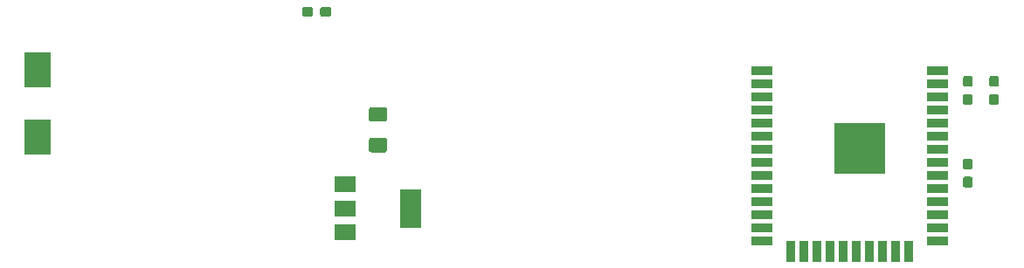
<source format=gbr>
G04 #@! TF.GenerationSoftware,KiCad,Pcbnew,5.0.0*
G04 #@! TF.CreationDate,2018-08-02T01:45:53+02:00*
G04 #@! TF.ProjectId,pentasquare,70656E74617371756172652E6B696361,rev?*
G04 #@! TF.SameCoordinates,Original*
G04 #@! TF.FileFunction,Paste,Bot*
G04 #@! TF.FilePolarity,Positive*
%FSLAX46Y46*%
G04 Gerber Fmt 4.6, Leading zero omitted, Abs format (unit mm)*
G04 Created by KiCad (PCBNEW 5.0.0) date Thu Aug  2 01:45:53 2018*
%MOMM*%
%LPD*%
G01*
G04 APERTURE LIST*
%ADD10R,2.000000X3.800000*%
%ADD11R,2.000000X1.500000*%
%ADD12R,2.500000X3.500000*%
%ADD13C,0.100000*%
%ADD14C,0.950000*%
%ADD15C,1.425000*%
%ADD16R,5.000000X5.000000*%
%ADD17R,2.000000X0.900000*%
%ADD18R,0.900000X2.000000*%
G04 APERTURE END LIST*
D10*
G04 #@! TO.C,U2*
X71730000Y-35560000D03*
D11*
X65430000Y-35560000D03*
X65430000Y-33260000D03*
X65430000Y-37860000D03*
G04 #@! TD*
D12*
G04 #@! TO.C,C4*
X35560000Y-28650000D03*
X35560000Y-22150000D03*
G04 #@! TD*
D13*
G04 #@! TO.C,C2*
G36*
X128530779Y-22731144D02*
X128553834Y-22734563D01*
X128576443Y-22740227D01*
X128598387Y-22748079D01*
X128619457Y-22758044D01*
X128639448Y-22770026D01*
X128658168Y-22783910D01*
X128675438Y-22799562D01*
X128691090Y-22816832D01*
X128704974Y-22835552D01*
X128716956Y-22855543D01*
X128726921Y-22876613D01*
X128734773Y-22898557D01*
X128740437Y-22921166D01*
X128743856Y-22944221D01*
X128745000Y-22967500D01*
X128745000Y-23542500D01*
X128743856Y-23565779D01*
X128740437Y-23588834D01*
X128734773Y-23611443D01*
X128726921Y-23633387D01*
X128716956Y-23654457D01*
X128704974Y-23674448D01*
X128691090Y-23693168D01*
X128675438Y-23710438D01*
X128658168Y-23726090D01*
X128639448Y-23739974D01*
X128619457Y-23751956D01*
X128598387Y-23761921D01*
X128576443Y-23769773D01*
X128553834Y-23775437D01*
X128530779Y-23778856D01*
X128507500Y-23780000D01*
X128032500Y-23780000D01*
X128009221Y-23778856D01*
X127986166Y-23775437D01*
X127963557Y-23769773D01*
X127941613Y-23761921D01*
X127920543Y-23751956D01*
X127900552Y-23739974D01*
X127881832Y-23726090D01*
X127864562Y-23710438D01*
X127848910Y-23693168D01*
X127835026Y-23674448D01*
X127823044Y-23654457D01*
X127813079Y-23633387D01*
X127805227Y-23611443D01*
X127799563Y-23588834D01*
X127796144Y-23565779D01*
X127795000Y-23542500D01*
X127795000Y-22967500D01*
X127796144Y-22944221D01*
X127799563Y-22921166D01*
X127805227Y-22898557D01*
X127813079Y-22876613D01*
X127823044Y-22855543D01*
X127835026Y-22835552D01*
X127848910Y-22816832D01*
X127864562Y-22799562D01*
X127881832Y-22783910D01*
X127900552Y-22770026D01*
X127920543Y-22758044D01*
X127941613Y-22748079D01*
X127963557Y-22740227D01*
X127986166Y-22734563D01*
X128009221Y-22731144D01*
X128032500Y-22730000D01*
X128507500Y-22730000D01*
X128530779Y-22731144D01*
X128530779Y-22731144D01*
G37*
D14*
X128270000Y-23255000D03*
D13*
G36*
X128530779Y-24481144D02*
X128553834Y-24484563D01*
X128576443Y-24490227D01*
X128598387Y-24498079D01*
X128619457Y-24508044D01*
X128639448Y-24520026D01*
X128658168Y-24533910D01*
X128675438Y-24549562D01*
X128691090Y-24566832D01*
X128704974Y-24585552D01*
X128716956Y-24605543D01*
X128726921Y-24626613D01*
X128734773Y-24648557D01*
X128740437Y-24671166D01*
X128743856Y-24694221D01*
X128745000Y-24717500D01*
X128745000Y-25292500D01*
X128743856Y-25315779D01*
X128740437Y-25338834D01*
X128734773Y-25361443D01*
X128726921Y-25383387D01*
X128716956Y-25404457D01*
X128704974Y-25424448D01*
X128691090Y-25443168D01*
X128675438Y-25460438D01*
X128658168Y-25476090D01*
X128639448Y-25489974D01*
X128619457Y-25501956D01*
X128598387Y-25511921D01*
X128576443Y-25519773D01*
X128553834Y-25525437D01*
X128530779Y-25528856D01*
X128507500Y-25530000D01*
X128032500Y-25530000D01*
X128009221Y-25528856D01*
X127986166Y-25525437D01*
X127963557Y-25519773D01*
X127941613Y-25511921D01*
X127920543Y-25501956D01*
X127900552Y-25489974D01*
X127881832Y-25476090D01*
X127864562Y-25460438D01*
X127848910Y-25443168D01*
X127835026Y-25424448D01*
X127823044Y-25404457D01*
X127813079Y-25383387D01*
X127805227Y-25361443D01*
X127799563Y-25338834D01*
X127796144Y-25315779D01*
X127795000Y-25292500D01*
X127795000Y-24717500D01*
X127796144Y-24694221D01*
X127799563Y-24671166D01*
X127805227Y-24648557D01*
X127813079Y-24626613D01*
X127823044Y-24605543D01*
X127835026Y-24585552D01*
X127848910Y-24566832D01*
X127864562Y-24549562D01*
X127881832Y-24533910D01*
X127900552Y-24520026D01*
X127920543Y-24508044D01*
X127941613Y-24498079D01*
X127963557Y-24490227D01*
X127986166Y-24484563D01*
X128009221Y-24481144D01*
X128032500Y-24480000D01*
X128507500Y-24480000D01*
X128530779Y-24481144D01*
X128530779Y-24481144D01*
G37*
D14*
X128270000Y-25005000D03*
G04 #@! TD*
D13*
G04 #@! TO.C,C1*
G36*
X63810779Y-16036144D02*
X63833834Y-16039563D01*
X63856443Y-16045227D01*
X63878387Y-16053079D01*
X63899457Y-16063044D01*
X63919448Y-16075026D01*
X63938168Y-16088910D01*
X63955438Y-16104562D01*
X63971090Y-16121832D01*
X63984974Y-16140552D01*
X63996956Y-16160543D01*
X64006921Y-16181613D01*
X64014773Y-16203557D01*
X64020437Y-16226166D01*
X64023856Y-16249221D01*
X64025000Y-16272500D01*
X64025000Y-16747500D01*
X64023856Y-16770779D01*
X64020437Y-16793834D01*
X64014773Y-16816443D01*
X64006921Y-16838387D01*
X63996956Y-16859457D01*
X63984974Y-16879448D01*
X63971090Y-16898168D01*
X63955438Y-16915438D01*
X63938168Y-16931090D01*
X63919448Y-16944974D01*
X63899457Y-16956956D01*
X63878387Y-16966921D01*
X63856443Y-16974773D01*
X63833834Y-16980437D01*
X63810779Y-16983856D01*
X63787500Y-16985000D01*
X63212500Y-16985000D01*
X63189221Y-16983856D01*
X63166166Y-16980437D01*
X63143557Y-16974773D01*
X63121613Y-16966921D01*
X63100543Y-16956956D01*
X63080552Y-16944974D01*
X63061832Y-16931090D01*
X63044562Y-16915438D01*
X63028910Y-16898168D01*
X63015026Y-16879448D01*
X63003044Y-16859457D01*
X62993079Y-16838387D01*
X62985227Y-16816443D01*
X62979563Y-16793834D01*
X62976144Y-16770779D01*
X62975000Y-16747500D01*
X62975000Y-16272500D01*
X62976144Y-16249221D01*
X62979563Y-16226166D01*
X62985227Y-16203557D01*
X62993079Y-16181613D01*
X63003044Y-16160543D01*
X63015026Y-16140552D01*
X63028910Y-16121832D01*
X63044562Y-16104562D01*
X63061832Y-16088910D01*
X63080552Y-16075026D01*
X63100543Y-16063044D01*
X63121613Y-16053079D01*
X63143557Y-16045227D01*
X63166166Y-16039563D01*
X63189221Y-16036144D01*
X63212500Y-16035000D01*
X63787500Y-16035000D01*
X63810779Y-16036144D01*
X63810779Y-16036144D01*
G37*
D14*
X63500000Y-16510000D03*
D13*
G36*
X62060779Y-16036144D02*
X62083834Y-16039563D01*
X62106443Y-16045227D01*
X62128387Y-16053079D01*
X62149457Y-16063044D01*
X62169448Y-16075026D01*
X62188168Y-16088910D01*
X62205438Y-16104562D01*
X62221090Y-16121832D01*
X62234974Y-16140552D01*
X62246956Y-16160543D01*
X62256921Y-16181613D01*
X62264773Y-16203557D01*
X62270437Y-16226166D01*
X62273856Y-16249221D01*
X62275000Y-16272500D01*
X62275000Y-16747500D01*
X62273856Y-16770779D01*
X62270437Y-16793834D01*
X62264773Y-16816443D01*
X62256921Y-16838387D01*
X62246956Y-16859457D01*
X62234974Y-16879448D01*
X62221090Y-16898168D01*
X62205438Y-16915438D01*
X62188168Y-16931090D01*
X62169448Y-16944974D01*
X62149457Y-16956956D01*
X62128387Y-16966921D01*
X62106443Y-16974773D01*
X62083834Y-16980437D01*
X62060779Y-16983856D01*
X62037500Y-16985000D01*
X61462500Y-16985000D01*
X61439221Y-16983856D01*
X61416166Y-16980437D01*
X61393557Y-16974773D01*
X61371613Y-16966921D01*
X61350543Y-16956956D01*
X61330552Y-16944974D01*
X61311832Y-16931090D01*
X61294562Y-16915438D01*
X61278910Y-16898168D01*
X61265026Y-16879448D01*
X61253044Y-16859457D01*
X61243079Y-16838387D01*
X61235227Y-16816443D01*
X61229563Y-16793834D01*
X61226144Y-16770779D01*
X61225000Y-16747500D01*
X61225000Y-16272500D01*
X61226144Y-16249221D01*
X61229563Y-16226166D01*
X61235227Y-16203557D01*
X61243079Y-16181613D01*
X61253044Y-16160543D01*
X61265026Y-16140552D01*
X61278910Y-16121832D01*
X61294562Y-16104562D01*
X61311832Y-16088910D01*
X61330552Y-16075026D01*
X61350543Y-16063044D01*
X61371613Y-16053079D01*
X61393557Y-16045227D01*
X61416166Y-16039563D01*
X61439221Y-16036144D01*
X61462500Y-16035000D01*
X62037500Y-16035000D01*
X62060779Y-16036144D01*
X62060779Y-16036144D01*
G37*
D14*
X61750000Y-16510000D03*
G04 #@! TD*
D13*
G04 #@! TO.C,C3*
G36*
X69229504Y-25741204D02*
X69253773Y-25744804D01*
X69277571Y-25750765D01*
X69300671Y-25759030D01*
X69322849Y-25769520D01*
X69343893Y-25782133D01*
X69363598Y-25796747D01*
X69381777Y-25813223D01*
X69398253Y-25831402D01*
X69412867Y-25851107D01*
X69425480Y-25872151D01*
X69435970Y-25894329D01*
X69444235Y-25917429D01*
X69450196Y-25941227D01*
X69453796Y-25965496D01*
X69455000Y-25990000D01*
X69455000Y-26915000D01*
X69453796Y-26939504D01*
X69450196Y-26963773D01*
X69444235Y-26987571D01*
X69435970Y-27010671D01*
X69425480Y-27032849D01*
X69412867Y-27053893D01*
X69398253Y-27073598D01*
X69381777Y-27091777D01*
X69363598Y-27108253D01*
X69343893Y-27122867D01*
X69322849Y-27135480D01*
X69300671Y-27145970D01*
X69277571Y-27154235D01*
X69253773Y-27160196D01*
X69229504Y-27163796D01*
X69205000Y-27165000D01*
X67955000Y-27165000D01*
X67930496Y-27163796D01*
X67906227Y-27160196D01*
X67882429Y-27154235D01*
X67859329Y-27145970D01*
X67837151Y-27135480D01*
X67816107Y-27122867D01*
X67796402Y-27108253D01*
X67778223Y-27091777D01*
X67761747Y-27073598D01*
X67747133Y-27053893D01*
X67734520Y-27032849D01*
X67724030Y-27010671D01*
X67715765Y-26987571D01*
X67709804Y-26963773D01*
X67706204Y-26939504D01*
X67705000Y-26915000D01*
X67705000Y-25990000D01*
X67706204Y-25965496D01*
X67709804Y-25941227D01*
X67715765Y-25917429D01*
X67724030Y-25894329D01*
X67734520Y-25872151D01*
X67747133Y-25851107D01*
X67761747Y-25831402D01*
X67778223Y-25813223D01*
X67796402Y-25796747D01*
X67816107Y-25782133D01*
X67837151Y-25769520D01*
X67859329Y-25759030D01*
X67882429Y-25750765D01*
X67906227Y-25744804D01*
X67930496Y-25741204D01*
X67955000Y-25740000D01*
X69205000Y-25740000D01*
X69229504Y-25741204D01*
X69229504Y-25741204D01*
G37*
D15*
X68580000Y-26452500D03*
D13*
G36*
X69229504Y-28716204D02*
X69253773Y-28719804D01*
X69277571Y-28725765D01*
X69300671Y-28734030D01*
X69322849Y-28744520D01*
X69343893Y-28757133D01*
X69363598Y-28771747D01*
X69381777Y-28788223D01*
X69398253Y-28806402D01*
X69412867Y-28826107D01*
X69425480Y-28847151D01*
X69435970Y-28869329D01*
X69444235Y-28892429D01*
X69450196Y-28916227D01*
X69453796Y-28940496D01*
X69455000Y-28965000D01*
X69455000Y-29890000D01*
X69453796Y-29914504D01*
X69450196Y-29938773D01*
X69444235Y-29962571D01*
X69435970Y-29985671D01*
X69425480Y-30007849D01*
X69412867Y-30028893D01*
X69398253Y-30048598D01*
X69381777Y-30066777D01*
X69363598Y-30083253D01*
X69343893Y-30097867D01*
X69322849Y-30110480D01*
X69300671Y-30120970D01*
X69277571Y-30129235D01*
X69253773Y-30135196D01*
X69229504Y-30138796D01*
X69205000Y-30140000D01*
X67955000Y-30140000D01*
X67930496Y-30138796D01*
X67906227Y-30135196D01*
X67882429Y-30129235D01*
X67859329Y-30120970D01*
X67837151Y-30110480D01*
X67816107Y-30097867D01*
X67796402Y-30083253D01*
X67778223Y-30066777D01*
X67761747Y-30048598D01*
X67747133Y-30028893D01*
X67734520Y-30007849D01*
X67724030Y-29985671D01*
X67715765Y-29962571D01*
X67709804Y-29938773D01*
X67706204Y-29914504D01*
X67705000Y-29890000D01*
X67705000Y-28965000D01*
X67706204Y-28940496D01*
X67709804Y-28916227D01*
X67715765Y-28892429D01*
X67724030Y-28869329D01*
X67734520Y-28847151D01*
X67747133Y-28826107D01*
X67761747Y-28806402D01*
X67778223Y-28788223D01*
X67796402Y-28771747D01*
X67816107Y-28757133D01*
X67837151Y-28744520D01*
X67859329Y-28734030D01*
X67882429Y-28725765D01*
X67906227Y-28719804D01*
X67930496Y-28716204D01*
X67955000Y-28715000D01*
X69205000Y-28715000D01*
X69229504Y-28716204D01*
X69229504Y-28716204D01*
G37*
D15*
X68580000Y-29427500D03*
G04 #@! TD*
D16*
G04 #@! TO.C,U1*
X115300000Y-29725000D03*
D17*
X122800000Y-22225000D03*
X122800000Y-23495000D03*
X122800000Y-24765000D03*
X122800000Y-26035000D03*
X122800000Y-27305000D03*
X122800000Y-28575000D03*
X122800000Y-29845000D03*
X122800000Y-31115000D03*
X122800000Y-32385000D03*
X122800000Y-33655000D03*
X122800000Y-34925000D03*
X122800000Y-36195000D03*
X122800000Y-37465000D03*
X122800000Y-38735000D03*
D18*
X120015000Y-39735000D03*
X118745000Y-39735000D03*
X117475000Y-39735000D03*
X116205000Y-39735000D03*
X114935000Y-39735000D03*
X113665000Y-39735000D03*
X112395000Y-39735000D03*
X111125000Y-39735000D03*
X109855000Y-39735000D03*
X108585000Y-39735000D03*
D17*
X105800000Y-38735000D03*
X105800000Y-37465000D03*
X105800000Y-36195000D03*
X105800000Y-34925000D03*
X105800000Y-33655000D03*
X105800000Y-32385000D03*
X105800000Y-31115000D03*
X105800000Y-29845000D03*
X105800000Y-28575000D03*
X105800000Y-27305000D03*
X105800000Y-26035000D03*
X105800000Y-24765000D03*
X105800000Y-23495000D03*
X105800000Y-22225000D03*
G04 #@! TD*
D13*
G04 #@! TO.C,R2*
G36*
X125990779Y-32496144D02*
X126013834Y-32499563D01*
X126036443Y-32505227D01*
X126058387Y-32513079D01*
X126079457Y-32523044D01*
X126099448Y-32535026D01*
X126118168Y-32548910D01*
X126135438Y-32564562D01*
X126151090Y-32581832D01*
X126164974Y-32600552D01*
X126176956Y-32620543D01*
X126186921Y-32641613D01*
X126194773Y-32663557D01*
X126200437Y-32686166D01*
X126203856Y-32709221D01*
X126205000Y-32732500D01*
X126205000Y-33307500D01*
X126203856Y-33330779D01*
X126200437Y-33353834D01*
X126194773Y-33376443D01*
X126186921Y-33398387D01*
X126176956Y-33419457D01*
X126164974Y-33439448D01*
X126151090Y-33458168D01*
X126135438Y-33475438D01*
X126118168Y-33491090D01*
X126099448Y-33504974D01*
X126079457Y-33516956D01*
X126058387Y-33526921D01*
X126036443Y-33534773D01*
X126013834Y-33540437D01*
X125990779Y-33543856D01*
X125967500Y-33545000D01*
X125492500Y-33545000D01*
X125469221Y-33543856D01*
X125446166Y-33540437D01*
X125423557Y-33534773D01*
X125401613Y-33526921D01*
X125380543Y-33516956D01*
X125360552Y-33504974D01*
X125341832Y-33491090D01*
X125324562Y-33475438D01*
X125308910Y-33458168D01*
X125295026Y-33439448D01*
X125283044Y-33419457D01*
X125273079Y-33398387D01*
X125265227Y-33376443D01*
X125259563Y-33353834D01*
X125256144Y-33330779D01*
X125255000Y-33307500D01*
X125255000Y-32732500D01*
X125256144Y-32709221D01*
X125259563Y-32686166D01*
X125265227Y-32663557D01*
X125273079Y-32641613D01*
X125283044Y-32620543D01*
X125295026Y-32600552D01*
X125308910Y-32581832D01*
X125324562Y-32564562D01*
X125341832Y-32548910D01*
X125360552Y-32535026D01*
X125380543Y-32523044D01*
X125401613Y-32513079D01*
X125423557Y-32505227D01*
X125446166Y-32499563D01*
X125469221Y-32496144D01*
X125492500Y-32495000D01*
X125967500Y-32495000D01*
X125990779Y-32496144D01*
X125990779Y-32496144D01*
G37*
D14*
X125730000Y-33020000D03*
D13*
G36*
X125990779Y-30746144D02*
X126013834Y-30749563D01*
X126036443Y-30755227D01*
X126058387Y-30763079D01*
X126079457Y-30773044D01*
X126099448Y-30785026D01*
X126118168Y-30798910D01*
X126135438Y-30814562D01*
X126151090Y-30831832D01*
X126164974Y-30850552D01*
X126176956Y-30870543D01*
X126186921Y-30891613D01*
X126194773Y-30913557D01*
X126200437Y-30936166D01*
X126203856Y-30959221D01*
X126205000Y-30982500D01*
X126205000Y-31557500D01*
X126203856Y-31580779D01*
X126200437Y-31603834D01*
X126194773Y-31626443D01*
X126186921Y-31648387D01*
X126176956Y-31669457D01*
X126164974Y-31689448D01*
X126151090Y-31708168D01*
X126135438Y-31725438D01*
X126118168Y-31741090D01*
X126099448Y-31754974D01*
X126079457Y-31766956D01*
X126058387Y-31776921D01*
X126036443Y-31784773D01*
X126013834Y-31790437D01*
X125990779Y-31793856D01*
X125967500Y-31795000D01*
X125492500Y-31795000D01*
X125469221Y-31793856D01*
X125446166Y-31790437D01*
X125423557Y-31784773D01*
X125401613Y-31776921D01*
X125380543Y-31766956D01*
X125360552Y-31754974D01*
X125341832Y-31741090D01*
X125324562Y-31725438D01*
X125308910Y-31708168D01*
X125295026Y-31689448D01*
X125283044Y-31669457D01*
X125273079Y-31648387D01*
X125265227Y-31626443D01*
X125259563Y-31603834D01*
X125256144Y-31580779D01*
X125255000Y-31557500D01*
X125255000Y-30982500D01*
X125256144Y-30959221D01*
X125259563Y-30936166D01*
X125265227Y-30913557D01*
X125273079Y-30891613D01*
X125283044Y-30870543D01*
X125295026Y-30850552D01*
X125308910Y-30831832D01*
X125324562Y-30814562D01*
X125341832Y-30798910D01*
X125360552Y-30785026D01*
X125380543Y-30773044D01*
X125401613Y-30763079D01*
X125423557Y-30755227D01*
X125446166Y-30749563D01*
X125469221Y-30746144D01*
X125492500Y-30745000D01*
X125967500Y-30745000D01*
X125990779Y-30746144D01*
X125990779Y-30746144D01*
G37*
D14*
X125730000Y-31270000D03*
G04 #@! TD*
D13*
G04 #@! TO.C,R1*
G36*
X125990779Y-22731144D02*
X126013834Y-22734563D01*
X126036443Y-22740227D01*
X126058387Y-22748079D01*
X126079457Y-22758044D01*
X126099448Y-22770026D01*
X126118168Y-22783910D01*
X126135438Y-22799562D01*
X126151090Y-22816832D01*
X126164974Y-22835552D01*
X126176956Y-22855543D01*
X126186921Y-22876613D01*
X126194773Y-22898557D01*
X126200437Y-22921166D01*
X126203856Y-22944221D01*
X126205000Y-22967500D01*
X126205000Y-23542500D01*
X126203856Y-23565779D01*
X126200437Y-23588834D01*
X126194773Y-23611443D01*
X126186921Y-23633387D01*
X126176956Y-23654457D01*
X126164974Y-23674448D01*
X126151090Y-23693168D01*
X126135438Y-23710438D01*
X126118168Y-23726090D01*
X126099448Y-23739974D01*
X126079457Y-23751956D01*
X126058387Y-23761921D01*
X126036443Y-23769773D01*
X126013834Y-23775437D01*
X125990779Y-23778856D01*
X125967500Y-23780000D01*
X125492500Y-23780000D01*
X125469221Y-23778856D01*
X125446166Y-23775437D01*
X125423557Y-23769773D01*
X125401613Y-23761921D01*
X125380543Y-23751956D01*
X125360552Y-23739974D01*
X125341832Y-23726090D01*
X125324562Y-23710438D01*
X125308910Y-23693168D01*
X125295026Y-23674448D01*
X125283044Y-23654457D01*
X125273079Y-23633387D01*
X125265227Y-23611443D01*
X125259563Y-23588834D01*
X125256144Y-23565779D01*
X125255000Y-23542500D01*
X125255000Y-22967500D01*
X125256144Y-22944221D01*
X125259563Y-22921166D01*
X125265227Y-22898557D01*
X125273079Y-22876613D01*
X125283044Y-22855543D01*
X125295026Y-22835552D01*
X125308910Y-22816832D01*
X125324562Y-22799562D01*
X125341832Y-22783910D01*
X125360552Y-22770026D01*
X125380543Y-22758044D01*
X125401613Y-22748079D01*
X125423557Y-22740227D01*
X125446166Y-22734563D01*
X125469221Y-22731144D01*
X125492500Y-22730000D01*
X125967500Y-22730000D01*
X125990779Y-22731144D01*
X125990779Y-22731144D01*
G37*
D14*
X125730000Y-23255000D03*
D13*
G36*
X125990779Y-24481144D02*
X126013834Y-24484563D01*
X126036443Y-24490227D01*
X126058387Y-24498079D01*
X126079457Y-24508044D01*
X126099448Y-24520026D01*
X126118168Y-24533910D01*
X126135438Y-24549562D01*
X126151090Y-24566832D01*
X126164974Y-24585552D01*
X126176956Y-24605543D01*
X126186921Y-24626613D01*
X126194773Y-24648557D01*
X126200437Y-24671166D01*
X126203856Y-24694221D01*
X126205000Y-24717500D01*
X126205000Y-25292500D01*
X126203856Y-25315779D01*
X126200437Y-25338834D01*
X126194773Y-25361443D01*
X126186921Y-25383387D01*
X126176956Y-25404457D01*
X126164974Y-25424448D01*
X126151090Y-25443168D01*
X126135438Y-25460438D01*
X126118168Y-25476090D01*
X126099448Y-25489974D01*
X126079457Y-25501956D01*
X126058387Y-25511921D01*
X126036443Y-25519773D01*
X126013834Y-25525437D01*
X125990779Y-25528856D01*
X125967500Y-25530000D01*
X125492500Y-25530000D01*
X125469221Y-25528856D01*
X125446166Y-25525437D01*
X125423557Y-25519773D01*
X125401613Y-25511921D01*
X125380543Y-25501956D01*
X125360552Y-25489974D01*
X125341832Y-25476090D01*
X125324562Y-25460438D01*
X125308910Y-25443168D01*
X125295026Y-25424448D01*
X125283044Y-25404457D01*
X125273079Y-25383387D01*
X125265227Y-25361443D01*
X125259563Y-25338834D01*
X125256144Y-25315779D01*
X125255000Y-25292500D01*
X125255000Y-24717500D01*
X125256144Y-24694221D01*
X125259563Y-24671166D01*
X125265227Y-24648557D01*
X125273079Y-24626613D01*
X125283044Y-24605543D01*
X125295026Y-24585552D01*
X125308910Y-24566832D01*
X125324562Y-24549562D01*
X125341832Y-24533910D01*
X125360552Y-24520026D01*
X125380543Y-24508044D01*
X125401613Y-24498079D01*
X125423557Y-24490227D01*
X125446166Y-24484563D01*
X125469221Y-24481144D01*
X125492500Y-24480000D01*
X125967500Y-24480000D01*
X125990779Y-24481144D01*
X125990779Y-24481144D01*
G37*
D14*
X125730000Y-25005000D03*
G04 #@! TD*
M02*

</source>
